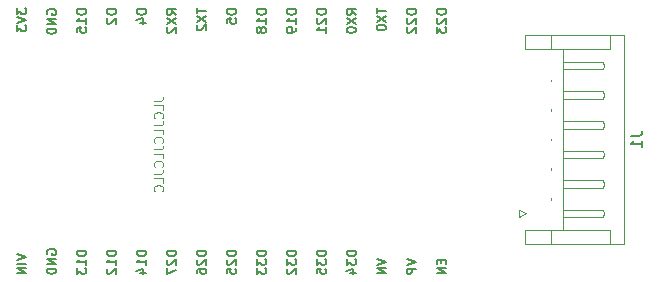
<source format=gbo>
%TF.GenerationSoftware,KiCad,Pcbnew,(5.1.5)-3*%
%TF.CreationDate,2021-02-13T19:55:16+01:00*%
%TF.ProjectId,PSACANBridgeHW_v11,50534156-616e-4436-916e-427269646765,rev?*%
%TF.SameCoordinates,Original*%
%TF.FileFunction,Legend,Bot*%
%TF.FilePolarity,Positive*%
%FSLAX46Y46*%
G04 Gerber Fmt 4.6, Leading zero omitted, Abs format (unit mm)*
G04 Created by KiCad (PCBNEW (5.1.5)-3) date 2021-02-13 19:55:16*
%MOMM*%
%LPD*%
G04 APERTURE LIST*
%ADD10C,0.100000*%
%ADD11C,0.120000*%
%ADD12C,0.150000*%
G04 APERTURE END LIST*
D10*
X139198404Y-126352761D02*
X139769833Y-126352761D01*
X139884119Y-126314666D01*
X139960309Y-126238476D01*
X139998404Y-126124190D01*
X139998404Y-126048000D01*
X139998404Y-127114666D02*
X139998404Y-126733714D01*
X139198404Y-126733714D01*
X139922214Y-127838476D02*
X139960309Y-127800380D01*
X139998404Y-127686095D01*
X139998404Y-127609904D01*
X139960309Y-127495619D01*
X139884119Y-127419428D01*
X139807928Y-127381333D01*
X139655547Y-127343238D01*
X139541261Y-127343238D01*
X139388880Y-127381333D01*
X139312690Y-127419428D01*
X139236500Y-127495619D01*
X139198404Y-127609904D01*
X139198404Y-127686095D01*
X139236500Y-127800380D01*
X139274595Y-127838476D01*
X139198404Y-128409904D02*
X139769833Y-128409904D01*
X139884119Y-128371809D01*
X139960309Y-128295619D01*
X139998404Y-128181333D01*
X139998404Y-128105142D01*
X139998404Y-129171809D02*
X139998404Y-128790857D01*
X139198404Y-128790857D01*
X139922214Y-129895619D02*
X139960309Y-129857523D01*
X139998404Y-129743238D01*
X139998404Y-129667047D01*
X139960309Y-129552761D01*
X139884119Y-129476571D01*
X139807928Y-129438476D01*
X139655547Y-129400380D01*
X139541261Y-129400380D01*
X139388880Y-129438476D01*
X139312690Y-129476571D01*
X139236500Y-129552761D01*
X139198404Y-129667047D01*
X139198404Y-129743238D01*
X139236500Y-129857523D01*
X139274595Y-129895619D01*
X139198404Y-130467047D02*
X139769833Y-130467047D01*
X139884119Y-130428952D01*
X139960309Y-130352761D01*
X139998404Y-130238476D01*
X139998404Y-130162285D01*
X139998404Y-131228952D02*
X139998404Y-130848000D01*
X139198404Y-130848000D01*
X139922214Y-131952761D02*
X139960309Y-131914666D01*
X139998404Y-131800380D01*
X139998404Y-131724190D01*
X139960309Y-131609904D01*
X139884119Y-131533714D01*
X139807928Y-131495619D01*
X139655547Y-131457523D01*
X139541261Y-131457523D01*
X139388880Y-131495619D01*
X139312690Y-131533714D01*
X139236500Y-131609904D01*
X139198404Y-131724190D01*
X139198404Y-131800380D01*
X139236500Y-131914666D01*
X139274595Y-131952761D01*
X139198404Y-132524190D02*
X139769833Y-132524190D01*
X139884119Y-132486095D01*
X139960309Y-132409904D01*
X139998404Y-132295619D01*
X139998404Y-132219428D01*
X139998404Y-133286095D02*
X139998404Y-132905142D01*
X139198404Y-132905142D01*
X139922214Y-134009904D02*
X139960309Y-133971809D01*
X139998404Y-133857523D01*
X139998404Y-133781333D01*
X139960309Y-133667047D01*
X139884119Y-133590857D01*
X139807928Y-133552761D01*
X139655547Y-133514666D01*
X139541261Y-133514666D01*
X139388880Y-133552761D01*
X139312690Y-133590857D01*
X139236500Y-133667047D01*
X139198404Y-133781333D01*
X139198404Y-133857523D01*
X139236500Y-133971809D01*
X139274595Y-134009904D01*
D11*
X170112000Y-135590000D02*
X170712000Y-135890000D01*
X170112000Y-136190000D02*
X170112000Y-135590000D01*
X170712000Y-135890000D02*
X170112000Y-136190000D01*
X173802000Y-123070000D02*
X173802000Y-123390000D01*
X177222000Y-123070000D02*
X173802000Y-123070000D01*
X177302000Y-123390000D02*
X177222000Y-123070000D01*
X177222000Y-123710000D02*
X177302000Y-123390000D01*
X173802000Y-123710000D02*
X177222000Y-123710000D01*
X173802000Y-123390000D02*
X173802000Y-123710000D01*
X172802000Y-124720000D02*
X172802000Y-124560000D01*
X173802000Y-125570000D02*
X173802000Y-125890000D01*
X177222000Y-125570000D02*
X173802000Y-125570000D01*
X177302000Y-125890000D02*
X177222000Y-125570000D01*
X177222000Y-126210000D02*
X177302000Y-125890000D01*
X173802000Y-126210000D02*
X177222000Y-126210000D01*
X173802000Y-125890000D02*
X173802000Y-126210000D01*
X172802000Y-127220000D02*
X172802000Y-127060000D01*
X173802000Y-128070000D02*
X173802000Y-128390000D01*
X177222000Y-128070000D02*
X173802000Y-128070000D01*
X177302000Y-128390000D02*
X177222000Y-128070000D01*
X177222000Y-128710000D02*
X177302000Y-128390000D01*
X173802000Y-128710000D02*
X177222000Y-128710000D01*
X173802000Y-128390000D02*
X173802000Y-128710000D01*
X172802000Y-129720000D02*
X172802000Y-129560000D01*
X173802000Y-130570000D02*
X173802000Y-130890000D01*
X177222000Y-130570000D02*
X173802000Y-130570000D01*
X177302000Y-130890000D02*
X177222000Y-130570000D01*
X177222000Y-131210000D02*
X177302000Y-130890000D01*
X173802000Y-131210000D02*
X177222000Y-131210000D01*
X173802000Y-130890000D02*
X173802000Y-131210000D01*
X172802000Y-132220000D02*
X172802000Y-132060000D01*
X173802000Y-133070000D02*
X173802000Y-133390000D01*
X177222000Y-133070000D02*
X173802000Y-133070000D01*
X177302000Y-133390000D02*
X177222000Y-133070000D01*
X177222000Y-133710000D02*
X177302000Y-133390000D01*
X173802000Y-133710000D02*
X177222000Y-133710000D01*
X173802000Y-133390000D02*
X173802000Y-133710000D01*
X172802000Y-134720000D02*
X172802000Y-134560000D01*
X173802000Y-135570000D02*
X173802000Y-135890000D01*
X177222000Y-135570000D02*
X173802000Y-135570000D01*
X177302000Y-135890000D02*
X177222000Y-135570000D01*
X177222000Y-136210000D02*
X177302000Y-135890000D01*
X173802000Y-136210000D02*
X177222000Y-136210000D01*
X173802000Y-135890000D02*
X173802000Y-136210000D01*
X173802000Y-137280000D02*
X173802000Y-122000000D01*
X172802000Y-122000000D02*
X172802000Y-120780000D01*
X177802000Y-122000000D02*
X172802000Y-122000000D01*
X177802000Y-120780000D02*
X177802000Y-122000000D01*
X172802000Y-137280000D02*
X172802000Y-138500000D01*
X177802000Y-137280000D02*
X172802000Y-137280000D01*
X177802000Y-138500000D02*
X177802000Y-137280000D01*
X170602000Y-122000000D02*
X172802000Y-122000000D01*
X170602000Y-120780000D02*
X170602000Y-122000000D01*
X179022000Y-120780000D02*
X170602000Y-120780000D01*
X179022000Y-138500000D02*
X179022000Y-120780000D01*
X170602000Y-138500000D02*
X179022000Y-138500000D01*
X170602000Y-137280000D02*
X170602000Y-138500000D01*
X172802000Y-137280000D02*
X170602000Y-137280000D01*
D12*
X163937904Y-118605428D02*
X163137904Y-118605428D01*
X163137904Y-118795904D01*
X163176000Y-118910190D01*
X163252190Y-118986380D01*
X163328380Y-119024476D01*
X163480761Y-119062571D01*
X163595047Y-119062571D01*
X163747428Y-119024476D01*
X163823619Y-118986380D01*
X163899809Y-118910190D01*
X163937904Y-118795904D01*
X163937904Y-118605428D01*
X163214095Y-119367333D02*
X163176000Y-119405428D01*
X163137904Y-119481618D01*
X163137904Y-119672095D01*
X163176000Y-119748285D01*
X163214095Y-119786380D01*
X163290285Y-119824476D01*
X163366476Y-119824476D01*
X163480761Y-119786380D01*
X163937904Y-119329237D01*
X163937904Y-119824476D01*
X163137904Y-120091142D02*
X163137904Y-120586380D01*
X163442666Y-120319714D01*
X163442666Y-120433999D01*
X163480761Y-120510190D01*
X163518857Y-120548285D01*
X163595047Y-120586380D01*
X163785523Y-120586380D01*
X163861714Y-120548285D01*
X163899809Y-120510190D01*
X163937904Y-120433999D01*
X163937904Y-120205428D01*
X163899809Y-120129237D01*
X163861714Y-120091142D01*
X163518857Y-139801618D02*
X163518857Y-140068285D01*
X163937904Y-140182571D02*
X163937904Y-139801618D01*
X163137904Y-139801618D01*
X163137904Y-140182571D01*
X163937904Y-140525428D02*
X163137904Y-140525428D01*
X163937904Y-140982571D01*
X163137904Y-140982571D01*
X160597904Y-139763523D02*
X161397904Y-140030190D01*
X160597904Y-140296856D01*
X161397904Y-140563523D02*
X160597904Y-140563523D01*
X160597904Y-140868285D01*
X160636000Y-140944475D01*
X160674095Y-140982570D01*
X160750285Y-141020666D01*
X160864571Y-141020666D01*
X160940761Y-140982570D01*
X160978857Y-140944475D01*
X161016952Y-140868285D01*
X161016952Y-140563523D01*
X158057904Y-139725427D02*
X158857904Y-139992094D01*
X158057904Y-140258761D01*
X158857904Y-140525427D02*
X158057904Y-140525427D01*
X158857904Y-140982570D01*
X158057904Y-140982570D01*
X156317904Y-139039713D02*
X155517904Y-139039713D01*
X155517904Y-139230189D01*
X155556000Y-139344475D01*
X155632190Y-139420665D01*
X155708380Y-139458761D01*
X155860761Y-139496856D01*
X155975047Y-139496856D01*
X156127428Y-139458761D01*
X156203619Y-139420665D01*
X156279809Y-139344475D01*
X156317904Y-139230189D01*
X156317904Y-139039713D01*
X155517904Y-139763522D02*
X155517904Y-140258761D01*
X155822666Y-139992094D01*
X155822666Y-140106380D01*
X155860761Y-140182570D01*
X155898857Y-140220665D01*
X155975047Y-140258761D01*
X156165523Y-140258761D01*
X156241714Y-140220665D01*
X156279809Y-140182570D01*
X156317904Y-140106380D01*
X156317904Y-139877808D01*
X156279809Y-139801618D01*
X156241714Y-139763522D01*
X155784571Y-140944475D02*
X156317904Y-140944475D01*
X155479809Y-140753999D02*
X156051238Y-140563522D01*
X156051238Y-141058761D01*
X153777904Y-139039713D02*
X152977904Y-139039713D01*
X152977904Y-139230189D01*
X153016000Y-139344475D01*
X153092190Y-139420665D01*
X153168380Y-139458761D01*
X153320761Y-139496856D01*
X153435047Y-139496856D01*
X153587428Y-139458761D01*
X153663619Y-139420665D01*
X153739809Y-139344475D01*
X153777904Y-139230189D01*
X153777904Y-139039713D01*
X152977904Y-139763522D02*
X152977904Y-140258761D01*
X153282666Y-139992094D01*
X153282666Y-140106380D01*
X153320761Y-140182570D01*
X153358857Y-140220665D01*
X153435047Y-140258761D01*
X153625523Y-140258761D01*
X153701714Y-140220665D01*
X153739809Y-140182570D01*
X153777904Y-140106380D01*
X153777904Y-139877808D01*
X153739809Y-139801618D01*
X153701714Y-139763522D01*
X152977904Y-140982570D02*
X152977904Y-140601618D01*
X153358857Y-140563522D01*
X153320761Y-140601618D01*
X153282666Y-140677808D01*
X153282666Y-140868284D01*
X153320761Y-140944475D01*
X153358857Y-140982570D01*
X153435047Y-141020665D01*
X153625523Y-141020665D01*
X153701714Y-140982570D01*
X153739809Y-140944475D01*
X153777904Y-140868284D01*
X153777904Y-140677808D01*
X153739809Y-140601618D01*
X153701714Y-140563522D01*
X151237904Y-139039713D02*
X150437904Y-139039713D01*
X150437904Y-139230189D01*
X150476000Y-139344475D01*
X150552190Y-139420665D01*
X150628380Y-139458761D01*
X150780761Y-139496856D01*
X150895047Y-139496856D01*
X151047428Y-139458761D01*
X151123619Y-139420665D01*
X151199809Y-139344475D01*
X151237904Y-139230189D01*
X151237904Y-139039713D01*
X150437904Y-139763522D02*
X150437904Y-140258761D01*
X150742666Y-139992094D01*
X150742666Y-140106380D01*
X150780761Y-140182570D01*
X150818857Y-140220665D01*
X150895047Y-140258761D01*
X151085523Y-140258761D01*
X151161714Y-140220665D01*
X151199809Y-140182570D01*
X151237904Y-140106380D01*
X151237904Y-139877808D01*
X151199809Y-139801618D01*
X151161714Y-139763522D01*
X150514095Y-140563522D02*
X150476000Y-140601618D01*
X150437904Y-140677808D01*
X150437904Y-140868284D01*
X150476000Y-140944475D01*
X150514095Y-140982570D01*
X150590285Y-141020665D01*
X150666476Y-141020665D01*
X150780761Y-140982570D01*
X151237904Y-140525427D01*
X151237904Y-141020665D01*
X148697904Y-139039713D02*
X147897904Y-139039713D01*
X147897904Y-139230189D01*
X147936000Y-139344475D01*
X148012190Y-139420665D01*
X148088380Y-139458761D01*
X148240761Y-139496856D01*
X148355047Y-139496856D01*
X148507428Y-139458761D01*
X148583619Y-139420665D01*
X148659809Y-139344475D01*
X148697904Y-139230189D01*
X148697904Y-139039713D01*
X147897904Y-139763522D02*
X147897904Y-140258761D01*
X148202666Y-139992094D01*
X148202666Y-140106380D01*
X148240761Y-140182570D01*
X148278857Y-140220665D01*
X148355047Y-140258761D01*
X148545523Y-140258761D01*
X148621714Y-140220665D01*
X148659809Y-140182570D01*
X148697904Y-140106380D01*
X148697904Y-139877808D01*
X148659809Y-139801618D01*
X148621714Y-139763522D01*
X147897904Y-140525427D02*
X147897904Y-141020665D01*
X148202666Y-140753999D01*
X148202666Y-140868284D01*
X148240761Y-140944475D01*
X148278857Y-140982570D01*
X148355047Y-141020665D01*
X148545523Y-141020665D01*
X148621714Y-140982570D01*
X148659809Y-140944475D01*
X148697904Y-140868284D01*
X148697904Y-140639713D01*
X148659809Y-140563522D01*
X148621714Y-140525427D01*
X146157904Y-139039713D02*
X145357904Y-139039713D01*
X145357904Y-139230189D01*
X145396000Y-139344475D01*
X145472190Y-139420665D01*
X145548380Y-139458761D01*
X145700761Y-139496856D01*
X145815047Y-139496856D01*
X145967428Y-139458761D01*
X146043619Y-139420665D01*
X146119809Y-139344475D01*
X146157904Y-139230189D01*
X146157904Y-139039713D01*
X145434095Y-139801618D02*
X145396000Y-139839713D01*
X145357904Y-139915903D01*
X145357904Y-140106380D01*
X145396000Y-140182570D01*
X145434095Y-140220665D01*
X145510285Y-140258761D01*
X145586476Y-140258761D01*
X145700761Y-140220665D01*
X146157904Y-139763522D01*
X146157904Y-140258761D01*
X145357904Y-140982570D02*
X145357904Y-140601618D01*
X145738857Y-140563522D01*
X145700761Y-140601618D01*
X145662666Y-140677808D01*
X145662666Y-140868284D01*
X145700761Y-140944475D01*
X145738857Y-140982570D01*
X145815047Y-141020665D01*
X146005523Y-141020665D01*
X146081714Y-140982570D01*
X146119809Y-140944475D01*
X146157904Y-140868284D01*
X146157904Y-140677808D01*
X146119809Y-140601618D01*
X146081714Y-140563522D01*
X143617904Y-139039713D02*
X142817904Y-139039713D01*
X142817904Y-139230189D01*
X142856000Y-139344475D01*
X142932190Y-139420665D01*
X143008380Y-139458761D01*
X143160761Y-139496856D01*
X143275047Y-139496856D01*
X143427428Y-139458761D01*
X143503619Y-139420665D01*
X143579809Y-139344475D01*
X143617904Y-139230189D01*
X143617904Y-139039713D01*
X142894095Y-139801618D02*
X142856000Y-139839713D01*
X142817904Y-139915903D01*
X142817904Y-140106380D01*
X142856000Y-140182570D01*
X142894095Y-140220665D01*
X142970285Y-140258761D01*
X143046476Y-140258761D01*
X143160761Y-140220665D01*
X143617904Y-139763522D01*
X143617904Y-140258761D01*
X142817904Y-140944475D02*
X142817904Y-140792094D01*
X142856000Y-140715903D01*
X142894095Y-140677808D01*
X143008380Y-140601618D01*
X143160761Y-140563522D01*
X143465523Y-140563522D01*
X143541714Y-140601618D01*
X143579809Y-140639713D01*
X143617904Y-140715903D01*
X143617904Y-140868284D01*
X143579809Y-140944475D01*
X143541714Y-140982570D01*
X143465523Y-141020665D01*
X143275047Y-141020665D01*
X143198857Y-140982570D01*
X143160761Y-140944475D01*
X143122666Y-140868284D01*
X143122666Y-140715903D01*
X143160761Y-140639713D01*
X143198857Y-140601618D01*
X143275047Y-140563522D01*
X141077904Y-139039713D02*
X140277904Y-139039713D01*
X140277904Y-139230189D01*
X140316000Y-139344475D01*
X140392190Y-139420665D01*
X140468380Y-139458761D01*
X140620761Y-139496856D01*
X140735047Y-139496856D01*
X140887428Y-139458761D01*
X140963619Y-139420665D01*
X141039809Y-139344475D01*
X141077904Y-139230189D01*
X141077904Y-139039713D01*
X140354095Y-139801618D02*
X140316000Y-139839713D01*
X140277904Y-139915903D01*
X140277904Y-140106380D01*
X140316000Y-140182570D01*
X140354095Y-140220665D01*
X140430285Y-140258761D01*
X140506476Y-140258761D01*
X140620761Y-140220665D01*
X141077904Y-139763522D01*
X141077904Y-140258761D01*
X140277904Y-140525427D02*
X140277904Y-141058761D01*
X141077904Y-140715903D01*
X138537904Y-139039713D02*
X137737904Y-139039713D01*
X137737904Y-139230189D01*
X137776000Y-139344475D01*
X137852190Y-139420665D01*
X137928380Y-139458761D01*
X138080761Y-139496856D01*
X138195047Y-139496856D01*
X138347428Y-139458761D01*
X138423619Y-139420665D01*
X138499809Y-139344475D01*
X138537904Y-139230189D01*
X138537904Y-139039713D01*
X138537904Y-140258761D02*
X138537904Y-139801618D01*
X138537904Y-140030189D02*
X137737904Y-140030189D01*
X137852190Y-139953999D01*
X137928380Y-139877808D01*
X137966476Y-139801618D01*
X138004571Y-140944475D02*
X138537904Y-140944475D01*
X137699809Y-140753999D02*
X138271238Y-140563522D01*
X138271238Y-141058761D01*
X135997904Y-139039713D02*
X135197904Y-139039713D01*
X135197904Y-139230189D01*
X135236000Y-139344475D01*
X135312190Y-139420665D01*
X135388380Y-139458761D01*
X135540761Y-139496856D01*
X135655047Y-139496856D01*
X135807428Y-139458761D01*
X135883619Y-139420665D01*
X135959809Y-139344475D01*
X135997904Y-139230189D01*
X135997904Y-139039713D01*
X135997904Y-140258761D02*
X135997904Y-139801618D01*
X135997904Y-140030189D02*
X135197904Y-140030189D01*
X135312190Y-139953999D01*
X135388380Y-139877808D01*
X135426476Y-139801618D01*
X135274095Y-140563522D02*
X135236000Y-140601618D01*
X135197904Y-140677808D01*
X135197904Y-140868284D01*
X135236000Y-140944475D01*
X135274095Y-140982570D01*
X135350285Y-141020665D01*
X135426476Y-141020665D01*
X135540761Y-140982570D01*
X135997904Y-140525427D01*
X135997904Y-141020665D01*
X133457904Y-139039713D02*
X132657904Y-139039713D01*
X132657904Y-139230189D01*
X132696000Y-139344475D01*
X132772190Y-139420665D01*
X132848380Y-139458761D01*
X133000761Y-139496856D01*
X133115047Y-139496856D01*
X133267428Y-139458761D01*
X133343619Y-139420665D01*
X133419809Y-139344475D01*
X133457904Y-139230189D01*
X133457904Y-139039713D01*
X133457904Y-140258761D02*
X133457904Y-139801618D01*
X133457904Y-140030189D02*
X132657904Y-140030189D01*
X132772190Y-139953999D01*
X132848380Y-139877808D01*
X132886476Y-139801618D01*
X132657904Y-140525427D02*
X132657904Y-141020665D01*
X132962666Y-140753999D01*
X132962666Y-140868284D01*
X133000761Y-140944475D01*
X133038857Y-140982570D01*
X133115047Y-141020665D01*
X133305523Y-141020665D01*
X133381714Y-140982570D01*
X133419809Y-140944475D01*
X133457904Y-140868284D01*
X133457904Y-140639713D01*
X133419809Y-140563522D01*
X133381714Y-140525427D01*
X130156000Y-139344476D02*
X130117904Y-139268285D01*
X130117904Y-139154000D01*
X130156000Y-139039714D01*
X130232190Y-138963523D01*
X130308380Y-138925428D01*
X130460761Y-138887333D01*
X130575047Y-138887333D01*
X130727428Y-138925428D01*
X130803619Y-138963523D01*
X130879809Y-139039714D01*
X130917904Y-139154000D01*
X130917904Y-139230190D01*
X130879809Y-139344476D01*
X130841714Y-139382571D01*
X130575047Y-139382571D01*
X130575047Y-139230190D01*
X130917904Y-139725428D02*
X130117904Y-139725428D01*
X130917904Y-140182571D01*
X130117904Y-140182571D01*
X130917904Y-140563523D02*
X130117904Y-140563523D01*
X130117904Y-140754000D01*
X130156000Y-140868285D01*
X130232190Y-140944476D01*
X130308380Y-140982571D01*
X130460761Y-141020666D01*
X130575047Y-141020666D01*
X130727428Y-140982571D01*
X130803619Y-140944476D01*
X130879809Y-140868285D01*
X130917904Y-140754000D01*
X130917904Y-140563523D01*
X127577904Y-139344475D02*
X128377904Y-139611142D01*
X127577904Y-139877808D01*
X128377904Y-140144475D02*
X127577904Y-140144475D01*
X128377904Y-140525427D02*
X127577904Y-140525427D01*
X128377904Y-140982570D01*
X127577904Y-140982570D01*
X161397904Y-118605428D02*
X160597904Y-118605428D01*
X160597904Y-118795904D01*
X160636000Y-118910190D01*
X160712190Y-118986380D01*
X160788380Y-119024476D01*
X160940761Y-119062571D01*
X161055047Y-119062571D01*
X161207428Y-119024476D01*
X161283619Y-118986380D01*
X161359809Y-118910190D01*
X161397904Y-118795904D01*
X161397904Y-118605428D01*
X160674095Y-119367333D02*
X160636000Y-119405428D01*
X160597904Y-119481618D01*
X160597904Y-119672095D01*
X160636000Y-119748285D01*
X160674095Y-119786380D01*
X160750285Y-119824476D01*
X160826476Y-119824476D01*
X160940761Y-119786380D01*
X161397904Y-119329237D01*
X161397904Y-119824476D01*
X160674095Y-120129237D02*
X160636000Y-120167333D01*
X160597904Y-120243523D01*
X160597904Y-120433999D01*
X160636000Y-120510190D01*
X160674095Y-120548285D01*
X160750285Y-120586380D01*
X160826476Y-120586380D01*
X160940761Y-120548285D01*
X161397904Y-120091142D01*
X161397904Y-120586380D01*
X158057904Y-118491142D02*
X158057904Y-118948285D01*
X158857904Y-118719714D02*
X158057904Y-118719714D01*
X158057904Y-119138761D02*
X158857904Y-119672095D01*
X158057904Y-119672095D02*
X158857904Y-119138761D01*
X158057904Y-120129238D02*
X158057904Y-120205428D01*
X158096000Y-120281619D01*
X158134095Y-120319714D01*
X158210285Y-120357809D01*
X158362666Y-120395904D01*
X158553142Y-120395904D01*
X158705523Y-120357809D01*
X158781714Y-120319714D01*
X158819809Y-120281619D01*
X158857904Y-120205428D01*
X158857904Y-120129238D01*
X158819809Y-120053047D01*
X158781714Y-120014952D01*
X158705523Y-119976857D01*
X158553142Y-119938761D01*
X158362666Y-119938761D01*
X158210285Y-119976857D01*
X158134095Y-120014952D01*
X158096000Y-120053047D01*
X158057904Y-120129238D01*
X156317904Y-119062571D02*
X155936952Y-118795904D01*
X156317904Y-118605428D02*
X155517904Y-118605428D01*
X155517904Y-118910190D01*
X155556000Y-118986380D01*
X155594095Y-119024476D01*
X155670285Y-119062571D01*
X155784571Y-119062571D01*
X155860761Y-119024476D01*
X155898857Y-118986380D01*
X155936952Y-118910190D01*
X155936952Y-118605428D01*
X155517904Y-119329237D02*
X156317904Y-119862571D01*
X155517904Y-119862571D02*
X156317904Y-119329237D01*
X155517904Y-120319714D02*
X155517904Y-120395904D01*
X155556000Y-120472095D01*
X155594095Y-120510190D01*
X155670285Y-120548285D01*
X155822666Y-120586380D01*
X156013142Y-120586380D01*
X156165523Y-120548285D01*
X156241714Y-120510190D01*
X156279809Y-120472095D01*
X156317904Y-120395904D01*
X156317904Y-120319714D01*
X156279809Y-120243523D01*
X156241714Y-120205428D01*
X156165523Y-120167333D01*
X156013142Y-120129237D01*
X155822666Y-120129237D01*
X155670285Y-120167333D01*
X155594095Y-120205428D01*
X155556000Y-120243523D01*
X155517904Y-120319714D01*
X153777904Y-118605428D02*
X152977904Y-118605428D01*
X152977904Y-118795904D01*
X153016000Y-118910190D01*
X153092190Y-118986380D01*
X153168380Y-119024476D01*
X153320761Y-119062571D01*
X153435047Y-119062571D01*
X153587428Y-119024476D01*
X153663619Y-118986380D01*
X153739809Y-118910190D01*
X153777904Y-118795904D01*
X153777904Y-118605428D01*
X153054095Y-119367333D02*
X153016000Y-119405428D01*
X152977904Y-119481618D01*
X152977904Y-119672095D01*
X153016000Y-119748285D01*
X153054095Y-119786380D01*
X153130285Y-119824476D01*
X153206476Y-119824476D01*
X153320761Y-119786380D01*
X153777904Y-119329237D01*
X153777904Y-119824476D01*
X153777904Y-120586380D02*
X153777904Y-120129237D01*
X153777904Y-120357809D02*
X152977904Y-120357809D01*
X153092190Y-120281618D01*
X153168380Y-120205428D01*
X153206476Y-120129237D01*
X151237904Y-118605428D02*
X150437904Y-118605428D01*
X150437904Y-118795904D01*
X150476000Y-118910190D01*
X150552190Y-118986380D01*
X150628380Y-119024476D01*
X150780761Y-119062571D01*
X150895047Y-119062571D01*
X151047428Y-119024476D01*
X151123619Y-118986380D01*
X151199809Y-118910190D01*
X151237904Y-118795904D01*
X151237904Y-118605428D01*
X151237904Y-119824476D02*
X151237904Y-119367333D01*
X151237904Y-119595904D02*
X150437904Y-119595904D01*
X150552190Y-119519714D01*
X150628380Y-119443523D01*
X150666476Y-119367333D01*
X151237904Y-120205428D02*
X151237904Y-120357809D01*
X151199809Y-120433999D01*
X151161714Y-120472095D01*
X151047428Y-120548285D01*
X150895047Y-120586380D01*
X150590285Y-120586380D01*
X150514095Y-120548285D01*
X150476000Y-120510190D01*
X150437904Y-120433999D01*
X150437904Y-120281618D01*
X150476000Y-120205428D01*
X150514095Y-120167333D01*
X150590285Y-120129237D01*
X150780761Y-120129237D01*
X150856952Y-120167333D01*
X150895047Y-120205428D01*
X150933142Y-120281618D01*
X150933142Y-120433999D01*
X150895047Y-120510190D01*
X150856952Y-120548285D01*
X150780761Y-120586380D01*
X148697904Y-118605428D02*
X147897904Y-118605428D01*
X147897904Y-118795904D01*
X147936000Y-118910190D01*
X148012190Y-118986380D01*
X148088380Y-119024476D01*
X148240761Y-119062571D01*
X148355047Y-119062571D01*
X148507428Y-119024476D01*
X148583619Y-118986380D01*
X148659809Y-118910190D01*
X148697904Y-118795904D01*
X148697904Y-118605428D01*
X148697904Y-119824476D02*
X148697904Y-119367333D01*
X148697904Y-119595904D02*
X147897904Y-119595904D01*
X148012190Y-119519714D01*
X148088380Y-119443523D01*
X148126476Y-119367333D01*
X148240761Y-120281618D02*
X148202666Y-120205428D01*
X148164571Y-120167333D01*
X148088380Y-120129237D01*
X148050285Y-120129237D01*
X147974095Y-120167333D01*
X147936000Y-120205428D01*
X147897904Y-120281618D01*
X147897904Y-120433999D01*
X147936000Y-120510190D01*
X147974095Y-120548285D01*
X148050285Y-120586380D01*
X148088380Y-120586380D01*
X148164571Y-120548285D01*
X148202666Y-120510190D01*
X148240761Y-120433999D01*
X148240761Y-120281618D01*
X148278857Y-120205428D01*
X148316952Y-120167333D01*
X148393142Y-120129237D01*
X148545523Y-120129237D01*
X148621714Y-120167333D01*
X148659809Y-120205428D01*
X148697904Y-120281618D01*
X148697904Y-120433999D01*
X148659809Y-120510190D01*
X148621714Y-120548285D01*
X148545523Y-120586380D01*
X148393142Y-120586380D01*
X148316952Y-120548285D01*
X148278857Y-120510190D01*
X148240761Y-120433999D01*
X146157904Y-118605428D02*
X145357904Y-118605428D01*
X145357904Y-118795905D01*
X145396000Y-118910190D01*
X145472190Y-118986381D01*
X145548380Y-119024476D01*
X145700761Y-119062571D01*
X145815047Y-119062571D01*
X145967428Y-119024476D01*
X146043619Y-118986381D01*
X146119809Y-118910190D01*
X146157904Y-118795905D01*
X146157904Y-118605428D01*
X145357904Y-119786381D02*
X145357904Y-119405428D01*
X145738857Y-119367333D01*
X145700761Y-119405428D01*
X145662666Y-119481619D01*
X145662666Y-119672095D01*
X145700761Y-119748285D01*
X145738857Y-119786381D01*
X145815047Y-119824476D01*
X146005523Y-119824476D01*
X146081714Y-119786381D01*
X146119809Y-119748285D01*
X146157904Y-119672095D01*
X146157904Y-119481619D01*
X146119809Y-119405428D01*
X146081714Y-119367333D01*
X142817904Y-118491142D02*
X142817904Y-118948285D01*
X143617904Y-118719714D02*
X142817904Y-118719714D01*
X142817904Y-119138761D02*
X143617904Y-119672095D01*
X142817904Y-119672095D02*
X143617904Y-119138761D01*
X142894095Y-119938761D02*
X142856000Y-119976857D01*
X142817904Y-120053047D01*
X142817904Y-120243523D01*
X142856000Y-120319714D01*
X142894095Y-120357809D01*
X142970285Y-120395904D01*
X143046476Y-120395904D01*
X143160761Y-120357809D01*
X143617904Y-119900666D01*
X143617904Y-120395904D01*
X141077904Y-119062571D02*
X140696952Y-118795904D01*
X141077904Y-118605428D02*
X140277904Y-118605428D01*
X140277904Y-118910190D01*
X140316000Y-118986380D01*
X140354095Y-119024476D01*
X140430285Y-119062571D01*
X140544571Y-119062571D01*
X140620761Y-119024476D01*
X140658857Y-118986380D01*
X140696952Y-118910190D01*
X140696952Y-118605428D01*
X140277904Y-119329237D02*
X141077904Y-119862571D01*
X140277904Y-119862571D02*
X141077904Y-119329237D01*
X140354095Y-120129237D02*
X140316000Y-120167333D01*
X140277904Y-120243523D01*
X140277904Y-120433999D01*
X140316000Y-120510190D01*
X140354095Y-120548285D01*
X140430285Y-120586380D01*
X140506476Y-120586380D01*
X140620761Y-120548285D01*
X141077904Y-120091142D01*
X141077904Y-120586380D01*
X138537904Y-118605428D02*
X137737904Y-118605428D01*
X137737904Y-118795905D01*
X137776000Y-118910190D01*
X137852190Y-118986381D01*
X137928380Y-119024476D01*
X138080761Y-119062571D01*
X138195047Y-119062571D01*
X138347428Y-119024476D01*
X138423619Y-118986381D01*
X138499809Y-118910190D01*
X138537904Y-118795905D01*
X138537904Y-118605428D01*
X138004571Y-119748285D02*
X138537904Y-119748285D01*
X137699809Y-119557809D02*
X138271238Y-119367333D01*
X138271238Y-119862571D01*
X135997904Y-118605428D02*
X135197904Y-118605428D01*
X135197904Y-118795905D01*
X135236000Y-118910190D01*
X135312190Y-118986381D01*
X135388380Y-119024476D01*
X135540761Y-119062571D01*
X135655047Y-119062571D01*
X135807428Y-119024476D01*
X135883619Y-118986381D01*
X135959809Y-118910190D01*
X135997904Y-118795905D01*
X135997904Y-118605428D01*
X135274095Y-119367333D02*
X135236000Y-119405428D01*
X135197904Y-119481619D01*
X135197904Y-119672095D01*
X135236000Y-119748285D01*
X135274095Y-119786381D01*
X135350285Y-119824476D01*
X135426476Y-119824476D01*
X135540761Y-119786381D01*
X135997904Y-119329238D01*
X135997904Y-119824476D01*
X133457904Y-118605428D02*
X132657904Y-118605428D01*
X132657904Y-118795904D01*
X132696000Y-118910190D01*
X132772190Y-118986380D01*
X132848380Y-119024476D01*
X133000761Y-119062571D01*
X133115047Y-119062571D01*
X133267428Y-119024476D01*
X133343619Y-118986380D01*
X133419809Y-118910190D01*
X133457904Y-118795904D01*
X133457904Y-118605428D01*
X133457904Y-119824476D02*
X133457904Y-119367333D01*
X133457904Y-119595904D02*
X132657904Y-119595904D01*
X132772190Y-119519714D01*
X132848380Y-119443523D01*
X132886476Y-119367333D01*
X132657904Y-120548285D02*
X132657904Y-120167333D01*
X133038857Y-120129237D01*
X133000761Y-120167333D01*
X132962666Y-120243523D01*
X132962666Y-120433999D01*
X133000761Y-120510190D01*
X133038857Y-120548285D01*
X133115047Y-120586380D01*
X133305523Y-120586380D01*
X133381714Y-120548285D01*
X133419809Y-120510190D01*
X133457904Y-120433999D01*
X133457904Y-120243523D01*
X133419809Y-120167333D01*
X133381714Y-120129237D01*
X130156000Y-119024476D02*
X130117904Y-118948285D01*
X130117904Y-118834000D01*
X130156000Y-118719714D01*
X130232190Y-118643523D01*
X130308380Y-118605428D01*
X130460761Y-118567333D01*
X130575047Y-118567333D01*
X130727428Y-118605428D01*
X130803619Y-118643523D01*
X130879809Y-118719714D01*
X130917904Y-118834000D01*
X130917904Y-118910190D01*
X130879809Y-119024476D01*
X130841714Y-119062571D01*
X130575047Y-119062571D01*
X130575047Y-118910190D01*
X130917904Y-119405428D02*
X130117904Y-119405428D01*
X130917904Y-119862571D01*
X130117904Y-119862571D01*
X130917904Y-120243523D02*
X130117904Y-120243523D01*
X130117904Y-120434000D01*
X130156000Y-120548285D01*
X130232190Y-120624476D01*
X130308380Y-120662571D01*
X130460761Y-120700666D01*
X130575047Y-120700666D01*
X130727428Y-120662571D01*
X130803619Y-120624476D01*
X130879809Y-120548285D01*
X130917904Y-120434000D01*
X130917904Y-120243523D01*
X127577904Y-118529237D02*
X127577904Y-119024475D01*
X127882666Y-118757809D01*
X127882666Y-118872094D01*
X127920761Y-118948285D01*
X127958857Y-118986380D01*
X128035047Y-119024475D01*
X128225523Y-119024475D01*
X128301714Y-118986380D01*
X128339809Y-118948285D01*
X128377904Y-118872094D01*
X128377904Y-118643523D01*
X128339809Y-118567333D01*
X128301714Y-118529237D01*
X127577904Y-119253047D02*
X128377904Y-119519714D01*
X127577904Y-119786380D01*
X127577904Y-119976856D02*
X127577904Y-120472094D01*
X127882666Y-120205428D01*
X127882666Y-120319714D01*
X127920761Y-120395904D01*
X127958857Y-120433999D01*
X128035047Y-120472094D01*
X128225523Y-120472094D01*
X128301714Y-120433999D01*
X128339809Y-120395904D01*
X128377904Y-120319714D01*
X128377904Y-120091142D01*
X128339809Y-120014952D01*
X128301714Y-119976856D01*
X179564380Y-129306666D02*
X180278666Y-129306666D01*
X180421523Y-129259047D01*
X180516761Y-129163809D01*
X180564380Y-129020952D01*
X180564380Y-128925714D01*
X180564380Y-130306666D02*
X180564380Y-129735238D01*
X180564380Y-130020952D02*
X179564380Y-130020952D01*
X179707238Y-129925714D01*
X179802476Y-129830476D01*
X179850095Y-129735238D01*
M02*

</source>
